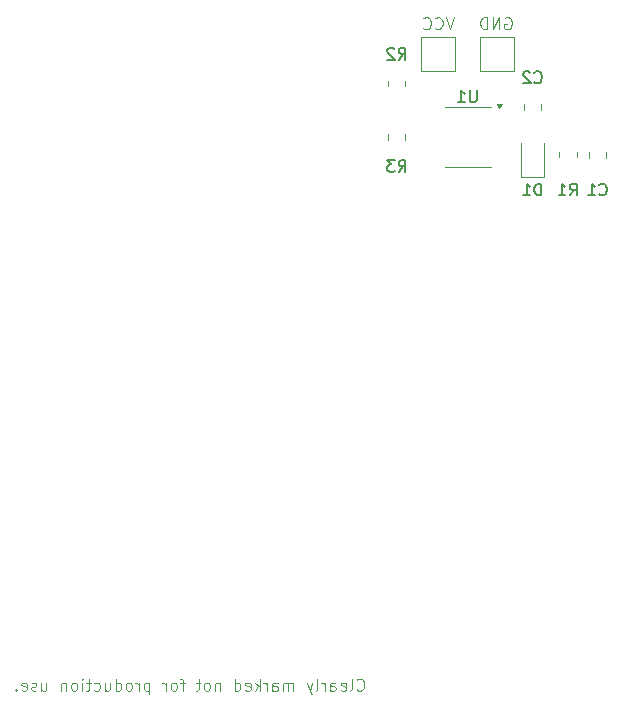
<source format=gbr>
%TF.GenerationSoftware,KiCad,Pcbnew,9.0.3*%
%TF.CreationDate,2025-10-03T08:07:12+02:00*%
%TF.ProjectId,front_pcb,66726f6e-745f-4706-9362-2e6b69636164,rev?*%
%TF.SameCoordinates,Original*%
%TF.FileFunction,Legend,Bot*%
%TF.FilePolarity,Positive*%
%FSLAX46Y46*%
G04 Gerber Fmt 4.6, Leading zero omitted, Abs format (unit mm)*
G04 Created by KiCad (PCBNEW 9.0.3) date 2025-10-03 08:07:12*
%MOMM*%
%LPD*%
G01*
G04 APERTURE LIST*
%ADD10C,0.100000*%
%ADD11C,0.150000*%
%ADD12C,0.120000*%
G04 APERTURE END LIST*
D10*
X163124687Y-138277180D02*
X163172306Y-138324800D01*
X163172306Y-138324800D02*
X163315163Y-138372419D01*
X163315163Y-138372419D02*
X163410401Y-138372419D01*
X163410401Y-138372419D02*
X163553258Y-138324800D01*
X163553258Y-138324800D02*
X163648496Y-138229561D01*
X163648496Y-138229561D02*
X163696115Y-138134323D01*
X163696115Y-138134323D02*
X163743734Y-137943847D01*
X163743734Y-137943847D02*
X163743734Y-137800990D01*
X163743734Y-137800990D02*
X163696115Y-137610514D01*
X163696115Y-137610514D02*
X163648496Y-137515276D01*
X163648496Y-137515276D02*
X163553258Y-137420038D01*
X163553258Y-137420038D02*
X163410401Y-137372419D01*
X163410401Y-137372419D02*
X163315163Y-137372419D01*
X163315163Y-137372419D02*
X163172306Y-137420038D01*
X163172306Y-137420038D02*
X163124687Y-137467657D01*
X162553258Y-138372419D02*
X162648496Y-138324800D01*
X162648496Y-138324800D02*
X162696115Y-138229561D01*
X162696115Y-138229561D02*
X162696115Y-137372419D01*
X161791353Y-138324800D02*
X161886591Y-138372419D01*
X161886591Y-138372419D02*
X162077067Y-138372419D01*
X162077067Y-138372419D02*
X162172305Y-138324800D01*
X162172305Y-138324800D02*
X162219924Y-138229561D01*
X162219924Y-138229561D02*
X162219924Y-137848609D01*
X162219924Y-137848609D02*
X162172305Y-137753371D01*
X162172305Y-137753371D02*
X162077067Y-137705752D01*
X162077067Y-137705752D02*
X161886591Y-137705752D01*
X161886591Y-137705752D02*
X161791353Y-137753371D01*
X161791353Y-137753371D02*
X161743734Y-137848609D01*
X161743734Y-137848609D02*
X161743734Y-137943847D01*
X161743734Y-137943847D02*
X162219924Y-138039085D01*
X160886591Y-138372419D02*
X160886591Y-137848609D01*
X160886591Y-137848609D02*
X160934210Y-137753371D01*
X160934210Y-137753371D02*
X161029448Y-137705752D01*
X161029448Y-137705752D02*
X161219924Y-137705752D01*
X161219924Y-137705752D02*
X161315162Y-137753371D01*
X160886591Y-138324800D02*
X160981829Y-138372419D01*
X160981829Y-138372419D02*
X161219924Y-138372419D01*
X161219924Y-138372419D02*
X161315162Y-138324800D01*
X161315162Y-138324800D02*
X161362781Y-138229561D01*
X161362781Y-138229561D02*
X161362781Y-138134323D01*
X161362781Y-138134323D02*
X161315162Y-138039085D01*
X161315162Y-138039085D02*
X161219924Y-137991466D01*
X161219924Y-137991466D02*
X160981829Y-137991466D01*
X160981829Y-137991466D02*
X160886591Y-137943847D01*
X160410400Y-138372419D02*
X160410400Y-137705752D01*
X160410400Y-137896228D02*
X160362781Y-137800990D01*
X160362781Y-137800990D02*
X160315162Y-137753371D01*
X160315162Y-137753371D02*
X160219924Y-137705752D01*
X160219924Y-137705752D02*
X160124686Y-137705752D01*
X159648495Y-138372419D02*
X159743733Y-138324800D01*
X159743733Y-138324800D02*
X159791352Y-138229561D01*
X159791352Y-138229561D02*
X159791352Y-137372419D01*
X159362780Y-137705752D02*
X159124685Y-138372419D01*
X158886590Y-137705752D02*
X159124685Y-138372419D01*
X159124685Y-138372419D02*
X159219923Y-138610514D01*
X159219923Y-138610514D02*
X159267542Y-138658133D01*
X159267542Y-138658133D02*
X159362780Y-138705752D01*
X157743732Y-138372419D02*
X157743732Y-137705752D01*
X157743732Y-137800990D02*
X157696113Y-137753371D01*
X157696113Y-137753371D02*
X157600875Y-137705752D01*
X157600875Y-137705752D02*
X157458018Y-137705752D01*
X157458018Y-137705752D02*
X157362780Y-137753371D01*
X157362780Y-137753371D02*
X157315161Y-137848609D01*
X157315161Y-137848609D02*
X157315161Y-138372419D01*
X157315161Y-137848609D02*
X157267542Y-137753371D01*
X157267542Y-137753371D02*
X157172304Y-137705752D01*
X157172304Y-137705752D02*
X157029447Y-137705752D01*
X157029447Y-137705752D02*
X156934208Y-137753371D01*
X156934208Y-137753371D02*
X156886589Y-137848609D01*
X156886589Y-137848609D02*
X156886589Y-138372419D01*
X155981828Y-138372419D02*
X155981828Y-137848609D01*
X155981828Y-137848609D02*
X156029447Y-137753371D01*
X156029447Y-137753371D02*
X156124685Y-137705752D01*
X156124685Y-137705752D02*
X156315161Y-137705752D01*
X156315161Y-137705752D02*
X156410399Y-137753371D01*
X155981828Y-138324800D02*
X156077066Y-138372419D01*
X156077066Y-138372419D02*
X156315161Y-138372419D01*
X156315161Y-138372419D02*
X156410399Y-138324800D01*
X156410399Y-138324800D02*
X156458018Y-138229561D01*
X156458018Y-138229561D02*
X156458018Y-138134323D01*
X156458018Y-138134323D02*
X156410399Y-138039085D01*
X156410399Y-138039085D02*
X156315161Y-137991466D01*
X156315161Y-137991466D02*
X156077066Y-137991466D01*
X156077066Y-137991466D02*
X155981828Y-137943847D01*
X155505637Y-138372419D02*
X155505637Y-137705752D01*
X155505637Y-137896228D02*
X155458018Y-137800990D01*
X155458018Y-137800990D02*
X155410399Y-137753371D01*
X155410399Y-137753371D02*
X155315161Y-137705752D01*
X155315161Y-137705752D02*
X155219923Y-137705752D01*
X154886589Y-138372419D02*
X154886589Y-137372419D01*
X154791351Y-137991466D02*
X154505637Y-138372419D01*
X154505637Y-137705752D02*
X154886589Y-138086704D01*
X153696113Y-138324800D02*
X153791351Y-138372419D01*
X153791351Y-138372419D02*
X153981827Y-138372419D01*
X153981827Y-138372419D02*
X154077065Y-138324800D01*
X154077065Y-138324800D02*
X154124684Y-138229561D01*
X154124684Y-138229561D02*
X154124684Y-137848609D01*
X154124684Y-137848609D02*
X154077065Y-137753371D01*
X154077065Y-137753371D02*
X153981827Y-137705752D01*
X153981827Y-137705752D02*
X153791351Y-137705752D01*
X153791351Y-137705752D02*
X153696113Y-137753371D01*
X153696113Y-137753371D02*
X153648494Y-137848609D01*
X153648494Y-137848609D02*
X153648494Y-137943847D01*
X153648494Y-137943847D02*
X154124684Y-138039085D01*
X152791351Y-138372419D02*
X152791351Y-137372419D01*
X152791351Y-138324800D02*
X152886589Y-138372419D01*
X152886589Y-138372419D02*
X153077065Y-138372419D01*
X153077065Y-138372419D02*
X153172303Y-138324800D01*
X153172303Y-138324800D02*
X153219922Y-138277180D01*
X153219922Y-138277180D02*
X153267541Y-138181942D01*
X153267541Y-138181942D02*
X153267541Y-137896228D01*
X153267541Y-137896228D02*
X153219922Y-137800990D01*
X153219922Y-137800990D02*
X153172303Y-137753371D01*
X153172303Y-137753371D02*
X153077065Y-137705752D01*
X153077065Y-137705752D02*
X152886589Y-137705752D01*
X152886589Y-137705752D02*
X152791351Y-137753371D01*
X151553255Y-137705752D02*
X151553255Y-138372419D01*
X151553255Y-137800990D02*
X151505636Y-137753371D01*
X151505636Y-137753371D02*
X151410398Y-137705752D01*
X151410398Y-137705752D02*
X151267541Y-137705752D01*
X151267541Y-137705752D02*
X151172303Y-137753371D01*
X151172303Y-137753371D02*
X151124684Y-137848609D01*
X151124684Y-137848609D02*
X151124684Y-138372419D01*
X150505636Y-138372419D02*
X150600874Y-138324800D01*
X150600874Y-138324800D02*
X150648493Y-138277180D01*
X150648493Y-138277180D02*
X150696112Y-138181942D01*
X150696112Y-138181942D02*
X150696112Y-137896228D01*
X150696112Y-137896228D02*
X150648493Y-137800990D01*
X150648493Y-137800990D02*
X150600874Y-137753371D01*
X150600874Y-137753371D02*
X150505636Y-137705752D01*
X150505636Y-137705752D02*
X150362779Y-137705752D01*
X150362779Y-137705752D02*
X150267541Y-137753371D01*
X150267541Y-137753371D02*
X150219922Y-137800990D01*
X150219922Y-137800990D02*
X150172303Y-137896228D01*
X150172303Y-137896228D02*
X150172303Y-138181942D01*
X150172303Y-138181942D02*
X150219922Y-138277180D01*
X150219922Y-138277180D02*
X150267541Y-138324800D01*
X150267541Y-138324800D02*
X150362779Y-138372419D01*
X150362779Y-138372419D02*
X150505636Y-138372419D01*
X149886588Y-137705752D02*
X149505636Y-137705752D01*
X149743731Y-137372419D02*
X149743731Y-138229561D01*
X149743731Y-138229561D02*
X149696112Y-138324800D01*
X149696112Y-138324800D02*
X149600874Y-138372419D01*
X149600874Y-138372419D02*
X149505636Y-138372419D01*
X148553254Y-137705752D02*
X148172302Y-137705752D01*
X148410397Y-138372419D02*
X148410397Y-137515276D01*
X148410397Y-137515276D02*
X148362778Y-137420038D01*
X148362778Y-137420038D02*
X148267540Y-137372419D01*
X148267540Y-137372419D02*
X148172302Y-137372419D01*
X147696111Y-138372419D02*
X147791349Y-138324800D01*
X147791349Y-138324800D02*
X147838968Y-138277180D01*
X147838968Y-138277180D02*
X147886587Y-138181942D01*
X147886587Y-138181942D02*
X147886587Y-137896228D01*
X147886587Y-137896228D02*
X147838968Y-137800990D01*
X147838968Y-137800990D02*
X147791349Y-137753371D01*
X147791349Y-137753371D02*
X147696111Y-137705752D01*
X147696111Y-137705752D02*
X147553254Y-137705752D01*
X147553254Y-137705752D02*
X147458016Y-137753371D01*
X147458016Y-137753371D02*
X147410397Y-137800990D01*
X147410397Y-137800990D02*
X147362778Y-137896228D01*
X147362778Y-137896228D02*
X147362778Y-138181942D01*
X147362778Y-138181942D02*
X147410397Y-138277180D01*
X147410397Y-138277180D02*
X147458016Y-138324800D01*
X147458016Y-138324800D02*
X147553254Y-138372419D01*
X147553254Y-138372419D02*
X147696111Y-138372419D01*
X146934206Y-138372419D02*
X146934206Y-137705752D01*
X146934206Y-137896228D02*
X146886587Y-137800990D01*
X146886587Y-137800990D02*
X146838968Y-137753371D01*
X146838968Y-137753371D02*
X146743730Y-137705752D01*
X146743730Y-137705752D02*
X146648492Y-137705752D01*
X145553253Y-137705752D02*
X145553253Y-138705752D01*
X145553253Y-137753371D02*
X145458015Y-137705752D01*
X145458015Y-137705752D02*
X145267539Y-137705752D01*
X145267539Y-137705752D02*
X145172301Y-137753371D01*
X145172301Y-137753371D02*
X145124682Y-137800990D01*
X145124682Y-137800990D02*
X145077063Y-137896228D01*
X145077063Y-137896228D02*
X145077063Y-138181942D01*
X145077063Y-138181942D02*
X145124682Y-138277180D01*
X145124682Y-138277180D02*
X145172301Y-138324800D01*
X145172301Y-138324800D02*
X145267539Y-138372419D01*
X145267539Y-138372419D02*
X145458015Y-138372419D01*
X145458015Y-138372419D02*
X145553253Y-138324800D01*
X144648491Y-138372419D02*
X144648491Y-137705752D01*
X144648491Y-137896228D02*
X144600872Y-137800990D01*
X144600872Y-137800990D02*
X144553253Y-137753371D01*
X144553253Y-137753371D02*
X144458015Y-137705752D01*
X144458015Y-137705752D02*
X144362777Y-137705752D01*
X143886586Y-138372419D02*
X143981824Y-138324800D01*
X143981824Y-138324800D02*
X144029443Y-138277180D01*
X144029443Y-138277180D02*
X144077062Y-138181942D01*
X144077062Y-138181942D02*
X144077062Y-137896228D01*
X144077062Y-137896228D02*
X144029443Y-137800990D01*
X144029443Y-137800990D02*
X143981824Y-137753371D01*
X143981824Y-137753371D02*
X143886586Y-137705752D01*
X143886586Y-137705752D02*
X143743729Y-137705752D01*
X143743729Y-137705752D02*
X143648491Y-137753371D01*
X143648491Y-137753371D02*
X143600872Y-137800990D01*
X143600872Y-137800990D02*
X143553253Y-137896228D01*
X143553253Y-137896228D02*
X143553253Y-138181942D01*
X143553253Y-138181942D02*
X143600872Y-138277180D01*
X143600872Y-138277180D02*
X143648491Y-138324800D01*
X143648491Y-138324800D02*
X143743729Y-138372419D01*
X143743729Y-138372419D02*
X143886586Y-138372419D01*
X142696110Y-138372419D02*
X142696110Y-137372419D01*
X142696110Y-138324800D02*
X142791348Y-138372419D01*
X142791348Y-138372419D02*
X142981824Y-138372419D01*
X142981824Y-138372419D02*
X143077062Y-138324800D01*
X143077062Y-138324800D02*
X143124681Y-138277180D01*
X143124681Y-138277180D02*
X143172300Y-138181942D01*
X143172300Y-138181942D02*
X143172300Y-137896228D01*
X143172300Y-137896228D02*
X143124681Y-137800990D01*
X143124681Y-137800990D02*
X143077062Y-137753371D01*
X143077062Y-137753371D02*
X142981824Y-137705752D01*
X142981824Y-137705752D02*
X142791348Y-137705752D01*
X142791348Y-137705752D02*
X142696110Y-137753371D01*
X141791348Y-137705752D02*
X141791348Y-138372419D01*
X142219919Y-137705752D02*
X142219919Y-138229561D01*
X142219919Y-138229561D02*
X142172300Y-138324800D01*
X142172300Y-138324800D02*
X142077062Y-138372419D01*
X142077062Y-138372419D02*
X141934205Y-138372419D01*
X141934205Y-138372419D02*
X141838967Y-138324800D01*
X141838967Y-138324800D02*
X141791348Y-138277180D01*
X140886586Y-138324800D02*
X140981824Y-138372419D01*
X140981824Y-138372419D02*
X141172300Y-138372419D01*
X141172300Y-138372419D02*
X141267538Y-138324800D01*
X141267538Y-138324800D02*
X141315157Y-138277180D01*
X141315157Y-138277180D02*
X141362776Y-138181942D01*
X141362776Y-138181942D02*
X141362776Y-137896228D01*
X141362776Y-137896228D02*
X141315157Y-137800990D01*
X141315157Y-137800990D02*
X141267538Y-137753371D01*
X141267538Y-137753371D02*
X141172300Y-137705752D01*
X141172300Y-137705752D02*
X140981824Y-137705752D01*
X140981824Y-137705752D02*
X140886586Y-137753371D01*
X140600871Y-137705752D02*
X140219919Y-137705752D01*
X140458014Y-137372419D02*
X140458014Y-138229561D01*
X140458014Y-138229561D02*
X140410395Y-138324800D01*
X140410395Y-138324800D02*
X140315157Y-138372419D01*
X140315157Y-138372419D02*
X140219919Y-138372419D01*
X139886585Y-138372419D02*
X139886585Y-137705752D01*
X139886585Y-137372419D02*
X139934204Y-137420038D01*
X139934204Y-137420038D02*
X139886585Y-137467657D01*
X139886585Y-137467657D02*
X139838966Y-137420038D01*
X139838966Y-137420038D02*
X139886585Y-137372419D01*
X139886585Y-137372419D02*
X139886585Y-137467657D01*
X139267538Y-138372419D02*
X139362776Y-138324800D01*
X139362776Y-138324800D02*
X139410395Y-138277180D01*
X139410395Y-138277180D02*
X139458014Y-138181942D01*
X139458014Y-138181942D02*
X139458014Y-137896228D01*
X139458014Y-137896228D02*
X139410395Y-137800990D01*
X139410395Y-137800990D02*
X139362776Y-137753371D01*
X139362776Y-137753371D02*
X139267538Y-137705752D01*
X139267538Y-137705752D02*
X139124681Y-137705752D01*
X139124681Y-137705752D02*
X139029443Y-137753371D01*
X139029443Y-137753371D02*
X138981824Y-137800990D01*
X138981824Y-137800990D02*
X138934205Y-137896228D01*
X138934205Y-137896228D02*
X138934205Y-138181942D01*
X138934205Y-138181942D02*
X138981824Y-138277180D01*
X138981824Y-138277180D02*
X139029443Y-138324800D01*
X139029443Y-138324800D02*
X139124681Y-138372419D01*
X139124681Y-138372419D02*
X139267538Y-138372419D01*
X138505633Y-137705752D02*
X138505633Y-138372419D01*
X138505633Y-137800990D02*
X138458014Y-137753371D01*
X138458014Y-137753371D02*
X138362776Y-137705752D01*
X138362776Y-137705752D02*
X138219919Y-137705752D01*
X138219919Y-137705752D02*
X138124681Y-137753371D01*
X138124681Y-137753371D02*
X138077062Y-137848609D01*
X138077062Y-137848609D02*
X138077062Y-138372419D01*
X136410395Y-137705752D02*
X136410395Y-138372419D01*
X136838966Y-137705752D02*
X136838966Y-138229561D01*
X136838966Y-138229561D02*
X136791347Y-138324800D01*
X136791347Y-138324800D02*
X136696109Y-138372419D01*
X136696109Y-138372419D02*
X136553252Y-138372419D01*
X136553252Y-138372419D02*
X136458014Y-138324800D01*
X136458014Y-138324800D02*
X136410395Y-138277180D01*
X135981823Y-138324800D02*
X135886585Y-138372419D01*
X135886585Y-138372419D02*
X135696109Y-138372419D01*
X135696109Y-138372419D02*
X135600871Y-138324800D01*
X135600871Y-138324800D02*
X135553252Y-138229561D01*
X135553252Y-138229561D02*
X135553252Y-138181942D01*
X135553252Y-138181942D02*
X135600871Y-138086704D01*
X135600871Y-138086704D02*
X135696109Y-138039085D01*
X135696109Y-138039085D02*
X135838966Y-138039085D01*
X135838966Y-138039085D02*
X135934204Y-137991466D01*
X135934204Y-137991466D02*
X135981823Y-137896228D01*
X135981823Y-137896228D02*
X135981823Y-137848609D01*
X135981823Y-137848609D02*
X135934204Y-137753371D01*
X135934204Y-137753371D02*
X135838966Y-137705752D01*
X135838966Y-137705752D02*
X135696109Y-137705752D01*
X135696109Y-137705752D02*
X135600871Y-137753371D01*
X134743728Y-138324800D02*
X134838966Y-138372419D01*
X134838966Y-138372419D02*
X135029442Y-138372419D01*
X135029442Y-138372419D02*
X135124680Y-138324800D01*
X135124680Y-138324800D02*
X135172299Y-138229561D01*
X135172299Y-138229561D02*
X135172299Y-137848609D01*
X135172299Y-137848609D02*
X135124680Y-137753371D01*
X135124680Y-137753371D02*
X135029442Y-137705752D01*
X135029442Y-137705752D02*
X134838966Y-137705752D01*
X134838966Y-137705752D02*
X134743728Y-137753371D01*
X134743728Y-137753371D02*
X134696109Y-137848609D01*
X134696109Y-137848609D02*
X134696109Y-137943847D01*
X134696109Y-137943847D02*
X135172299Y-138039085D01*
X134267537Y-138277180D02*
X134219918Y-138324800D01*
X134219918Y-138324800D02*
X134267537Y-138372419D01*
X134267537Y-138372419D02*
X134315156Y-138324800D01*
X134315156Y-138324800D02*
X134267537Y-138277180D01*
X134267537Y-138277180D02*
X134267537Y-138372419D01*
X175672306Y-81420038D02*
X175767544Y-81372419D01*
X175767544Y-81372419D02*
X175910401Y-81372419D01*
X175910401Y-81372419D02*
X176053258Y-81420038D01*
X176053258Y-81420038D02*
X176148496Y-81515276D01*
X176148496Y-81515276D02*
X176196115Y-81610514D01*
X176196115Y-81610514D02*
X176243734Y-81800990D01*
X176243734Y-81800990D02*
X176243734Y-81943847D01*
X176243734Y-81943847D02*
X176196115Y-82134323D01*
X176196115Y-82134323D02*
X176148496Y-82229561D01*
X176148496Y-82229561D02*
X176053258Y-82324800D01*
X176053258Y-82324800D02*
X175910401Y-82372419D01*
X175910401Y-82372419D02*
X175815163Y-82372419D01*
X175815163Y-82372419D02*
X175672306Y-82324800D01*
X175672306Y-82324800D02*
X175624687Y-82277180D01*
X175624687Y-82277180D02*
X175624687Y-81943847D01*
X175624687Y-81943847D02*
X175815163Y-81943847D01*
X175196115Y-82372419D02*
X175196115Y-81372419D01*
X175196115Y-81372419D02*
X174624687Y-82372419D01*
X174624687Y-82372419D02*
X174624687Y-81372419D01*
X174148496Y-82372419D02*
X174148496Y-81372419D01*
X174148496Y-81372419D02*
X173910401Y-81372419D01*
X173910401Y-81372419D02*
X173767544Y-81420038D01*
X173767544Y-81420038D02*
X173672306Y-81515276D01*
X173672306Y-81515276D02*
X173624687Y-81610514D01*
X173624687Y-81610514D02*
X173577068Y-81800990D01*
X173577068Y-81800990D02*
X173577068Y-81943847D01*
X173577068Y-81943847D02*
X173624687Y-82134323D01*
X173624687Y-82134323D02*
X173672306Y-82229561D01*
X173672306Y-82229561D02*
X173767544Y-82324800D01*
X173767544Y-82324800D02*
X173910401Y-82372419D01*
X173910401Y-82372419D02*
X174148496Y-82372419D01*
X171338972Y-81372419D02*
X171005639Y-82372419D01*
X171005639Y-82372419D02*
X170672306Y-81372419D01*
X169767544Y-82277180D02*
X169815163Y-82324800D01*
X169815163Y-82324800D02*
X169958020Y-82372419D01*
X169958020Y-82372419D02*
X170053258Y-82372419D01*
X170053258Y-82372419D02*
X170196115Y-82324800D01*
X170196115Y-82324800D02*
X170291353Y-82229561D01*
X170291353Y-82229561D02*
X170338972Y-82134323D01*
X170338972Y-82134323D02*
X170386591Y-81943847D01*
X170386591Y-81943847D02*
X170386591Y-81800990D01*
X170386591Y-81800990D02*
X170338972Y-81610514D01*
X170338972Y-81610514D02*
X170291353Y-81515276D01*
X170291353Y-81515276D02*
X170196115Y-81420038D01*
X170196115Y-81420038D02*
X170053258Y-81372419D01*
X170053258Y-81372419D02*
X169958020Y-81372419D01*
X169958020Y-81372419D02*
X169815163Y-81420038D01*
X169815163Y-81420038D02*
X169767544Y-81467657D01*
X168767544Y-82277180D02*
X168815163Y-82324800D01*
X168815163Y-82324800D02*
X168958020Y-82372419D01*
X168958020Y-82372419D02*
X169053258Y-82372419D01*
X169053258Y-82372419D02*
X169196115Y-82324800D01*
X169196115Y-82324800D02*
X169291353Y-82229561D01*
X169291353Y-82229561D02*
X169338972Y-82134323D01*
X169338972Y-82134323D02*
X169386591Y-81943847D01*
X169386591Y-81943847D02*
X169386591Y-81800990D01*
X169386591Y-81800990D02*
X169338972Y-81610514D01*
X169338972Y-81610514D02*
X169291353Y-81515276D01*
X169291353Y-81515276D02*
X169196115Y-81420038D01*
X169196115Y-81420038D02*
X169053258Y-81372419D01*
X169053258Y-81372419D02*
X168958020Y-81372419D01*
X168958020Y-81372419D02*
X168815163Y-81420038D01*
X168815163Y-81420038D02*
X168767544Y-81467657D01*
D11*
X178166666Y-86859580D02*
X178214285Y-86907200D01*
X178214285Y-86907200D02*
X178357142Y-86954819D01*
X178357142Y-86954819D02*
X178452380Y-86954819D01*
X178452380Y-86954819D02*
X178595237Y-86907200D01*
X178595237Y-86907200D02*
X178690475Y-86811961D01*
X178690475Y-86811961D02*
X178738094Y-86716723D01*
X178738094Y-86716723D02*
X178785713Y-86526247D01*
X178785713Y-86526247D02*
X178785713Y-86383390D01*
X178785713Y-86383390D02*
X178738094Y-86192914D01*
X178738094Y-86192914D02*
X178690475Y-86097676D01*
X178690475Y-86097676D02*
X178595237Y-86002438D01*
X178595237Y-86002438D02*
X178452380Y-85954819D01*
X178452380Y-85954819D02*
X178357142Y-85954819D01*
X178357142Y-85954819D02*
X178214285Y-86002438D01*
X178214285Y-86002438D02*
X178166666Y-86050057D01*
X177785713Y-86050057D02*
X177738094Y-86002438D01*
X177738094Y-86002438D02*
X177642856Y-85954819D01*
X177642856Y-85954819D02*
X177404761Y-85954819D01*
X177404761Y-85954819D02*
X177309523Y-86002438D01*
X177309523Y-86002438D02*
X177261904Y-86050057D01*
X177261904Y-86050057D02*
X177214285Y-86145295D01*
X177214285Y-86145295D02*
X177214285Y-86240533D01*
X177214285Y-86240533D02*
X177261904Y-86383390D01*
X177261904Y-86383390D02*
X177833332Y-86954819D01*
X177833332Y-86954819D02*
X177214285Y-86954819D01*
X178738094Y-96454819D02*
X178738094Y-95454819D01*
X178738094Y-95454819D02*
X178499999Y-95454819D01*
X178499999Y-95454819D02*
X178357142Y-95502438D01*
X178357142Y-95502438D02*
X178261904Y-95597676D01*
X178261904Y-95597676D02*
X178214285Y-95692914D01*
X178214285Y-95692914D02*
X178166666Y-95883390D01*
X178166666Y-95883390D02*
X178166666Y-96026247D01*
X178166666Y-96026247D02*
X178214285Y-96216723D01*
X178214285Y-96216723D02*
X178261904Y-96311961D01*
X178261904Y-96311961D02*
X178357142Y-96407200D01*
X178357142Y-96407200D02*
X178499999Y-96454819D01*
X178499999Y-96454819D02*
X178738094Y-96454819D01*
X177214285Y-96454819D02*
X177785713Y-96454819D01*
X177499999Y-96454819D02*
X177499999Y-95454819D01*
X177499999Y-95454819D02*
X177595237Y-95597676D01*
X177595237Y-95597676D02*
X177690475Y-95692914D01*
X177690475Y-95692914D02*
X177785713Y-95740533D01*
X166666666Y-84954819D02*
X166999999Y-84478628D01*
X167238094Y-84954819D02*
X167238094Y-83954819D01*
X167238094Y-83954819D02*
X166857142Y-83954819D01*
X166857142Y-83954819D02*
X166761904Y-84002438D01*
X166761904Y-84002438D02*
X166714285Y-84050057D01*
X166714285Y-84050057D02*
X166666666Y-84145295D01*
X166666666Y-84145295D02*
X166666666Y-84288152D01*
X166666666Y-84288152D02*
X166714285Y-84383390D01*
X166714285Y-84383390D02*
X166761904Y-84431009D01*
X166761904Y-84431009D02*
X166857142Y-84478628D01*
X166857142Y-84478628D02*
X167238094Y-84478628D01*
X166285713Y-84050057D02*
X166238094Y-84002438D01*
X166238094Y-84002438D02*
X166142856Y-83954819D01*
X166142856Y-83954819D02*
X165904761Y-83954819D01*
X165904761Y-83954819D02*
X165809523Y-84002438D01*
X165809523Y-84002438D02*
X165761904Y-84050057D01*
X165761904Y-84050057D02*
X165714285Y-84145295D01*
X165714285Y-84145295D02*
X165714285Y-84240533D01*
X165714285Y-84240533D02*
X165761904Y-84383390D01*
X165761904Y-84383390D02*
X166333332Y-84954819D01*
X166333332Y-84954819D02*
X165714285Y-84954819D01*
X183666666Y-96359580D02*
X183714285Y-96407200D01*
X183714285Y-96407200D02*
X183857142Y-96454819D01*
X183857142Y-96454819D02*
X183952380Y-96454819D01*
X183952380Y-96454819D02*
X184095237Y-96407200D01*
X184095237Y-96407200D02*
X184190475Y-96311961D01*
X184190475Y-96311961D02*
X184238094Y-96216723D01*
X184238094Y-96216723D02*
X184285713Y-96026247D01*
X184285713Y-96026247D02*
X184285713Y-95883390D01*
X184285713Y-95883390D02*
X184238094Y-95692914D01*
X184238094Y-95692914D02*
X184190475Y-95597676D01*
X184190475Y-95597676D02*
X184095237Y-95502438D01*
X184095237Y-95502438D02*
X183952380Y-95454819D01*
X183952380Y-95454819D02*
X183857142Y-95454819D01*
X183857142Y-95454819D02*
X183714285Y-95502438D01*
X183714285Y-95502438D02*
X183666666Y-95550057D01*
X182714285Y-96454819D02*
X183285713Y-96454819D01*
X182999999Y-96454819D02*
X182999999Y-95454819D01*
X182999999Y-95454819D02*
X183095237Y-95597676D01*
X183095237Y-95597676D02*
X183190475Y-95692914D01*
X183190475Y-95692914D02*
X183285713Y-95740533D01*
X181166666Y-96454819D02*
X181499999Y-95978628D01*
X181738094Y-96454819D02*
X181738094Y-95454819D01*
X181738094Y-95454819D02*
X181357142Y-95454819D01*
X181357142Y-95454819D02*
X181261904Y-95502438D01*
X181261904Y-95502438D02*
X181214285Y-95550057D01*
X181214285Y-95550057D02*
X181166666Y-95645295D01*
X181166666Y-95645295D02*
X181166666Y-95788152D01*
X181166666Y-95788152D02*
X181214285Y-95883390D01*
X181214285Y-95883390D02*
X181261904Y-95931009D01*
X181261904Y-95931009D02*
X181357142Y-95978628D01*
X181357142Y-95978628D02*
X181738094Y-95978628D01*
X180214285Y-96454819D02*
X180785713Y-96454819D01*
X180499999Y-96454819D02*
X180499999Y-95454819D01*
X180499999Y-95454819D02*
X180595237Y-95597676D01*
X180595237Y-95597676D02*
X180690475Y-95692914D01*
X180690475Y-95692914D02*
X180785713Y-95740533D01*
X173261904Y-87554819D02*
X173261904Y-88364342D01*
X173261904Y-88364342D02*
X173214285Y-88459580D01*
X173214285Y-88459580D02*
X173166666Y-88507200D01*
X173166666Y-88507200D02*
X173071428Y-88554819D01*
X173071428Y-88554819D02*
X172880952Y-88554819D01*
X172880952Y-88554819D02*
X172785714Y-88507200D01*
X172785714Y-88507200D02*
X172738095Y-88459580D01*
X172738095Y-88459580D02*
X172690476Y-88364342D01*
X172690476Y-88364342D02*
X172690476Y-87554819D01*
X171690476Y-88554819D02*
X172261904Y-88554819D01*
X171976190Y-88554819D02*
X171976190Y-87554819D01*
X171976190Y-87554819D02*
X172071428Y-87697676D01*
X172071428Y-87697676D02*
X172166666Y-87792914D01*
X172166666Y-87792914D02*
X172261904Y-87840533D01*
X166666666Y-94454819D02*
X166999999Y-93978628D01*
X167238094Y-94454819D02*
X167238094Y-93454819D01*
X167238094Y-93454819D02*
X166857142Y-93454819D01*
X166857142Y-93454819D02*
X166761904Y-93502438D01*
X166761904Y-93502438D02*
X166714285Y-93550057D01*
X166714285Y-93550057D02*
X166666666Y-93645295D01*
X166666666Y-93645295D02*
X166666666Y-93788152D01*
X166666666Y-93788152D02*
X166714285Y-93883390D01*
X166714285Y-93883390D02*
X166761904Y-93931009D01*
X166761904Y-93931009D02*
X166857142Y-93978628D01*
X166857142Y-93978628D02*
X167238094Y-93978628D01*
X166333332Y-93454819D02*
X165714285Y-93454819D01*
X165714285Y-93454819D02*
X166047618Y-93835771D01*
X166047618Y-93835771D02*
X165904761Y-93835771D01*
X165904761Y-93835771D02*
X165809523Y-93883390D01*
X165809523Y-93883390D02*
X165761904Y-93931009D01*
X165761904Y-93931009D02*
X165714285Y-94026247D01*
X165714285Y-94026247D02*
X165714285Y-94264342D01*
X165714285Y-94264342D02*
X165761904Y-94359580D01*
X165761904Y-94359580D02*
X165809523Y-94407200D01*
X165809523Y-94407200D02*
X165904761Y-94454819D01*
X165904761Y-94454819D02*
X166190475Y-94454819D01*
X166190475Y-94454819D02*
X166285713Y-94407200D01*
X166285713Y-94407200D02*
X166333332Y-94359580D01*
D12*
%TO.C,C2*%
X177265000Y-89261252D02*
X177265000Y-88738748D01*
X178735000Y-89261252D02*
X178735000Y-88738748D01*
%TO.C,TP1*%
X168550000Y-83050000D02*
X168550000Y-85950000D01*
X168550000Y-85950000D02*
X171450000Y-85950000D01*
X171450000Y-83050000D02*
X168550000Y-83050000D01*
X171450000Y-85950000D02*
X171450000Y-83050000D01*
%TO.C,D1*%
X177040000Y-94860000D02*
X177040000Y-92000000D01*
X178960000Y-92000000D02*
X178960000Y-94860000D01*
X178960000Y-94860000D02*
X177040000Y-94860000D01*
%TO.C,R2*%
X165765000Y-86772936D02*
X165765000Y-87227064D01*
X167235000Y-86772936D02*
X167235000Y-87227064D01*
%TO.C,C1*%
X182765000Y-93261252D02*
X182765000Y-92738748D01*
X184235000Y-93261252D02*
X184235000Y-92738748D01*
%TO.C,TP2*%
X173550000Y-83050000D02*
X173550000Y-85950000D01*
X173550000Y-85950000D02*
X176450000Y-85950000D01*
X176450000Y-83050000D02*
X173550000Y-83050000D01*
X176450000Y-85950000D02*
X176450000Y-83050000D01*
%TO.C,R1*%
X180265000Y-93227064D02*
X180265000Y-92772936D01*
X181735000Y-93227064D02*
X181735000Y-92772936D01*
%TO.C,U1*%
X172500000Y-88940000D02*
X170550000Y-88940000D01*
X172500000Y-88940000D02*
X174450000Y-88940000D01*
X172500000Y-94060000D02*
X170550000Y-94060000D01*
X172500000Y-94060000D02*
X174450000Y-94060000D01*
X175200000Y-89035000D02*
X174960000Y-88705000D01*
X175440000Y-88705000D01*
X175200000Y-89035000D01*
G36*
X175200000Y-89035000D02*
G01*
X174960000Y-88705000D01*
X175440000Y-88705000D01*
X175200000Y-89035000D01*
G37*
%TO.C,R3*%
X165765000Y-91272936D02*
X165765000Y-91727064D01*
X167235000Y-91272936D02*
X167235000Y-91727064D01*
%TD*%
M02*

</source>
